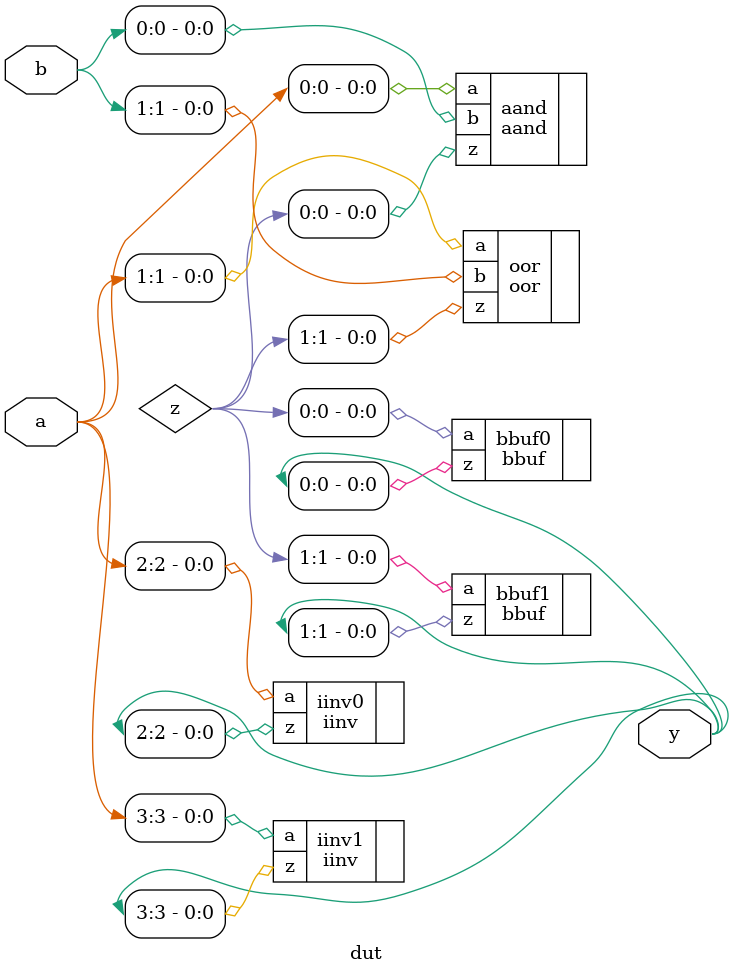
<source format=v>
module dut(/*AUTOARG*/
   // Outputs
   y,
   // Inputs
   b, a
   );

/*AUTOINPUT*/
// Beginning of automatic inputs (from unused autoinst inputs)
input [3:0]		a;			// To aand of aand.v, ...
input [1:0]		b;			// To aand of aand.v, ...
// End of automatics
/*AUTOOUTPUT*/
// Beginning of automatic outputs (from unused autoinst outputs)
output [3:0]		y;			// From bbuf0 of bbuf.v, ...
// End of automatics
/*AUTOWIRE*/
// Beginning of automatic wires (for undeclared instantiated-module outputs)
wire [1:0]		z;			// From aand of aand.v, ...
// End of automatics

/* aand AUTO_TEMPLATE (
.z (z[0]),
.a (a[0]),
.b (b[0]),
);
*/
aand aand(/*AUTOINST*/
	  // Outputs
	  .z				(z[0]),			 // Templated
	  // Inputs
	  .a				(a[0]),			 // Templated
	  .b				(b[0]));			 // Templated

/* 
oor AUTO_TEMPLATE(
.\(.*\) (\1[1]),
);
*/
oor oor(/*AUTOINST*/
	// Outputs
	.z				(z[1]),			 // Templated
	// Inputs
	.a				(a[1]),			 // Templated
	.b				(b[1]));			 // Templated

/*
bbuf AUTO_TEMPLATE(
.a(z[@]),
.z(y[@]),
);
*/
bbuf bbuf0(/*AUTOINST*/
	   // Outputs
	   .z				(y[0]),			 // Templated
	   // Inputs
	   .a				(z[0]));			 // Templated
bbuf bbuf1(/*AUTOINST*/
	   // Outputs
	   .z				(y[1]),			 // Templated
	   // Inputs
	   .a				(z[1]));			 // Templated
/*
iinv AUTO_TEMPLATE (
.z(y[@"(+ 2 @)"]),
.a(a[@"(+ 2 @)"]),
);
*/
iinv iinv0(/*AUTOINST*/
	   // Outputs
	   .z				(y[2]),			 // Templated
	   // Inputs
	   .a				(a[2]));			 // Templated
iinv iinv1(/*AUTOINST*/
	   // Outputs
	   .z				(y[3]),			 // Templated
	   // Inputs
	   .a				(a[3]));			 // Templated

endmodule

</source>
